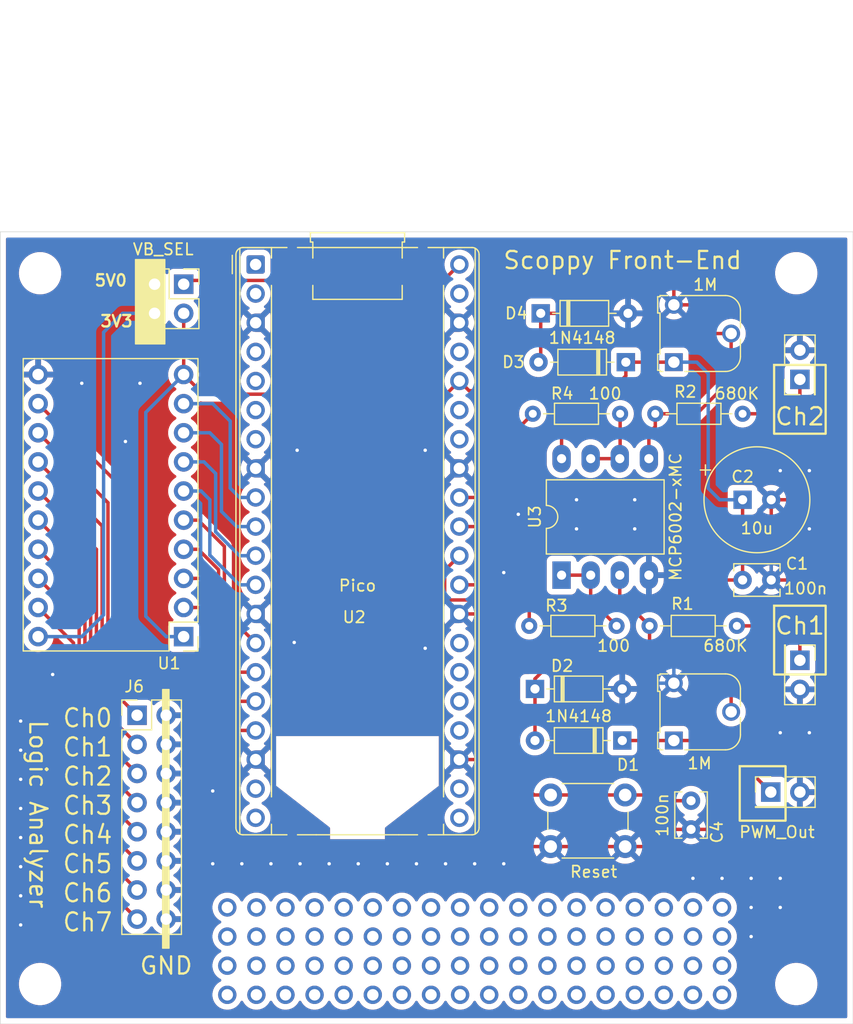
<source format=kicad_pcb>
(kicad_pcb (version 20241229) (generator "pcbnew") (generator_version "9.0")
  (layers (0 "F.Cu" signal) (2 "B.Cu" signal) (13 "F.Paste" user) (15 "B.Paste" user) (5 "F.SilkS" user "F.Silkscreen") (7 "B.SilkS" user "B.Silkscreen") (1 "F.Mask" user) (3 "B.Mask" user) (25 "Edge.Cuts" user))
  (net 0 "")
  (net 1 "+3V3")
  (net 2 "Net-(D3-A)")
  (net 3 "Net-(J5-Pin_1)")
  (net 6 "Net-(J7-Pin_1)")
  (net 9 "/ADC_0")
  (net 10 "Net-(U3A--)")
  (net 13 "Net-(U3B--)")
  (net 14 "/ADC_1")
  (net 27 "GND")
  (net 28 "Net-(D1-A)")
  (net 29 "Net-(J4-Pin_1)")
  (net 30 "Net-(SW2-A)")
  (net 31 "Net-(J2-Pin_3)")
  (net 32 "+5V0")
  (net 33 "Net-(J6-Pin_9)")
  (net 34 "Net-(J6-Pin_5)")
  (net 35 "Net-(J6-Pin_3)")
  (net 36 "Net-(J6-Pin_11)")
  (net 37 "Net-(J6-Pin_1)")
  (net 38 "Net-(J6-Pin_7)")
  (net 39 "Net-(J6-Pin_13)")
  (net 40 "Net-(J6-Pin_15)")
  (net 41 "Net-(U1-A7)")
  (net 42 "Net-(U1-A1)")
  (net 43 "Net-(U1-A8)")
  (net 44 "Net-(U1-A6)")
  (net 45 "Net-(U1-A3)")
  (net 46 "Net-(U1-A5)")
  (net 47 "Net-(U1-A4)")
  (net 48 "Net-(U1-A2)")
  (footprint "" (layer "F.Cu") (at 185.42 149.86)
    (property "Reference" "")
    (property "Value" "")
  )
  (footprint "Capacitor_THT:C_Disc_D3.8mm_W2.6mm_P2.50mm" (layer "F.Cu") (at 225.315 118.76)
    (property "Reference" "C1")
    (property "Value" "100n")
  )
  (footprint "" (layer "F.Cu") (at 208.28 154.94)
    (property "Reference" "")
    (property "Value" "")
  )
  (footprint "" (layer "F.Cu") (at 223.52 154.94)
    (property "Reference" "")
    (property "Value" "")
  )
  (footprint "" (layer "F.Cu") (at 182.88 152.4)
    (property "Reference" "")
    (property "Value" "")
  )
  (footprint "" (layer "F.Cu") (at 208.28 152.4)
    (property "Reference" "")
    (property "Value" "")
  )
  (footprint "" (layer "F.Cu") (at 218.44 152.4)
    (property "Reference" "")
    (property "Value" "")
  )
  (footprint "Potentiometer_THT:Potentiometer_Runtron_RM-065_Vertical" (layer "F.Cu") (at 219.315 132.76 90)
    (property "Reference" "RV1" (hide yes))
    (property "Value" "1M")
  )
  (footprint "" (layer "F.Cu") (at 195.58 149.86)
    (property "Reference" "")
    (property "Value" "")
  )
  (footprint "" (layer "F.Cu") (at 218.44 154.94)
    (property "Reference" "")
    (property "Value" "")
  )
  (footprint "Resistor_THT:R_Axial_DIN0204_L3.6mm_D1.6mm_P7.62mm_Horizontal" (layer "F.Cu") (at 217.195 122.76)
    (property "Reference" "R1")
    (property "Value" "680K")
  )
  (footprint "" (layer "F.Cu") (at 187.96 152.4)
    (property "Reference" "")
    (property "Value" "")
  )
  (footprint "MountingHole:MountingHole_3.2mm_M3" (layer "F.Cu") (at 230 154)
    (property "Reference" "TP7" (hide yes))
    (property "Value" "Mounting Hole" (hide yes))
  )
  (footprint "Capacitor_THT:CP_Radial_Tantal_D9.0mm_P2.50mm" (layer "F.Cu") (at 225.315 111.76)
    (property "Reference" "C2")
    (property "Value" "10u")
  )
  (footprint "Resistor_THT:R_Axial_DIN0204_L3.6mm_D1.6mm_P7.62mm_Horizontal" (layer "F.Cu") (at 217.695 104.26)
    (property "Reference" "R2")
    (property "Value" "680K")
  )
  (footprint "" (layer "F.Cu") (at 215.9 152.4)
    (property "Reference" "")
    (property "Value" "")
  )
  (footprint "" (layer "F.Cu") (at 203.2 154.94)
    (property "Reference" "")
    (property "Value" "")
  )
  (footprint "" (layer "F.Cu") (at 180.34 152.4)
    (property "Reference" "")
    (property "Value" "")
  )
  (footprint "" (layer "F.Cu") (at 190.5 149.86)
    (property "Reference" "")
    (property "Value" "")
  )
  (footprint "" (layer "F.Cu") (at 203.2 152.4)
    (property "Reference" "")
    (property "Value" "")
  )
  (footprint "" (layer "F.Cu") (at 190.5 154.94)
    (property "Reference" "")
    (property "Value" "")
  )
  (footprint "" (layer "F.Cu") (at 215.9 149.86)
    (property "Reference" "")
    (property "Value" "")
  )
  (footprint "" (layer "F.Cu") (at 200.66 154.94)
    (property "Reference" "")
    (property "Value" "")
  )
  (footprint "" (layer "F.Cu") (at 223.52 152.4)
    (property "Reference" "")
    (property "Value" "")
  )
  (footprint "" (layer "F.Cu") (at 187.96 149.86)
    (property "Reference" "")
    (property "Value" "")
  )
  (footprint "Button_Switch_THT:SW_PUSH_6mm_H5mm" (layer "F.Cu") (at 208.565 137.51)
    (property "Reference" "SW2" (hide yes))
    (property "Value" "Reset")
  )
  (footprint "" (layer "F.Cu") (at 203.2 147.32)
    (property "Reference" "")
    (property "Value" "")
  )
  (footprint "" (layer "F.Cu") (at 180.34 154.94)
    (property "Reference" "")
    (property "Value" "")
  )
  (footprint "" (layer "F.Cu") (at 187.96 147.32)
    (property "Reference" "")
    (property "Value" "")
  )
  (footprint "Potentiometer_THT:Potentiometer_Runtron_RM-065_Vertical" (layer "F.Cu") (at 219.315 99.76 90)
    (property "Reference" "RV2" (hide yes))
    (property "Value" "1M")
  )
  (footprint "Capacitor_THT:C_Disc_D3.8mm_W2.6mm_P2.50mm" (layer "F.Cu") (at 220.815 138.01 -90)
    (property "Reference" "C4")
    (property "Value" "100n")
  )
  (footprint "" (layer "F.Cu") (at 195.58 154.94)
    (property "Reference" "")
    (property "Value" "")
  )
  (footprint "MountingHole:MountingHole_3.2mm_M3" (layer "F.Cu") (at 230 92)
    (property "Reference" "TP8" (hide yes))
    (property "Value" "Mounting Hole" (hide yes))
  )
  (footprint "" (layer "F.Cu") (at 193.04 152.4)
    (property "Reference" "")
    (property "Value" "")
  )
  (footprint "Connector_PinHeader_2.54mm:PinHeader_2x01_P2.54mm_Vertical" (layer "F.Cu") (at 230.315 125.76 -90)
    (property "Reference" "J4" (hide yes))
    (property "Value" "Ch1")
  )
  (footprint "" (layer "F.Cu") (at 218.44 147.32)
    (property "Reference" "")
    (property "Value" "")
  )
  (footprint "" (layer "F.Cu") (at 215.9 147.32)
    (property "Reference" "")
    (property "Value" "")
  )
  (footprint "" (layer "F.Cu") (at 185.42 147.32)
    (property "Reference" "")
    (property "Value" "")
  )
  (footprint "" (layer "F.Cu") (at 198.12 152.4)
    (property "Reference" "")
    (property "Value" "")
  )
  (footprint "Diode_THT:D_DO-35_SOD27_P7.62mm_Horizontal" (layer "F.Cu") (at 214.815 132.76 180)
    (property "Reference" "D1")
    (property "Value" "1N4148")
  )
  (footprint "Connector_PinHeader_2.54mm:PinHeader_2x01_P2.54mm_Vertical" (layer "F.Cu") (at 227.775 137.26)
    (property "Reference" "J7" (hide yes))
    (property "Value" "PWM_Out")
  )
  (footprint "Diode_THT:D_DO-35_SOD27_P7.62mm_Horizontal" (layer "F.Cu") (at 207.695 95.5)
    (property "Reference" "D4")
    (property "Value" "1N4148" (hide yes))
  )
  (footprint "" (layer "F.Cu") (at 220.98 154.94)
    (property "Reference" "")
    (property "Value" "")
  )
  (footprint "" (layer "F.Cu") (at 185.42 152.4)
    (property "Reference" "")
    (property "Value" "")
  )
  (footprint "Diode_THT:D_DO-35_SOD27_P7.62mm_Horizontal" (layer "F.Cu") (at 215.125 99.76 180)
    (property "Reference" "D3")
    (property "Value" "1N4148")
  )
  (footprint "" (layer "F.Cu") (at 210.82 154.94)
    (property "Reference" "")
    (property "Value" "")
  )
  (footprint "" (layer "F.Cu") (at 185.42 154.94)
    (property "Reference" "")
    (property "Value" "")
  )
  (footprint "" (layer "F.Cu") (at 195.58 147.32)
    (property "Reference" "")
    (property "Value" "")
  )
  (footprint "" (layer "F.Cu") (at 205.74 147.32)
    (property "Reference" "")
    (property "Value" "")
  )
  (footprint "" (layer "F.Cu") (at 220.98 152.4)
    (property "Reference" "")
    (property "Value" "")
  )
  (footprint "" (layer "F.Cu") (at 220.98 147.32)
    (property "Reference" "")
    (property "Value" "")
  )
  (footprint "" (layer "F.Cu") (at 223.52 147.32)
    (property "Reference" "")
    (property "Value" "")
  )
  (footprint "" (layer "F.Cu") (at 182.88 154.94)
    (property "Reference" "")
    (property "Value" "")
  )
  (footprint "" (layer "F.Cu") (at 205.74 149.86)
    (property "Reference" "")
    (property "Value" "")
  )
  (footprint "" (layer "F.Cu") (at 210.82 147.32)
    (property "Reference" "")
    (property "Value" "")
  )
  (footprint "" (layer "F.Cu") (at 213.36 149.86)
    (property "Reference" "")
    (property "Value" "")
  )
  (footprint "" (layer "F.Cu") (at 220.98 149.86)
    (property "Reference" "")
    (property "Value" "")
  )
  (footprint "Connector_PinHeader_2.54mm:PinHeader_2x01_P2.54mm_Vertical" (layer "F.Cu") (at 230.315 101.26 90)
    (property "Reference" "J5" (hide yes))
    (property "Value" "Ch2")
  )
  (footprint "Connector_PinHeader_2.54mm:PinHeader_2x02_P2.54mm_Vertical" (layer "F.Cu") (at 176.535 92.959 -90)
    (property "Reference" "J2" (hide yes))
    (property "Value" "VB_SEL")
  )
  (footprint "" (layer "F.Cu") (at 180.34 147.32)
    (property "Reference" "")
    (property "Value" "")
  )
  (footprint "Package_DIP:DIP-8_W10.16mm_LongPads" (layer "F.Cu") (at 209.515 118.335 90)
    (property "Reference" "U3")
    (property "Value" "MCP6002-xMC")
  )
  (footprint "" (layer "F.Cu") (at 198.12 147.32)
    (property "Reference" "")
    (property "Value" "")
  )
  (footprint "" (layer "F.Cu") (at 190.5 152.4)
    (property "Reference" "")
    (property "Value" "")
  )
  (footprint "MountingHole:MountingHole_3.2mm_M3" (layer "F.Cu") (at 164 92)
    (property "Reference" "TP6" (hide yes))
    (property "Value" "Mounting Hole" (hide yes))
  )
  (footprint "" (layer "F.Cu") (at 195.58 152.4)
    (property "Reference" "")
    (property "Value" "")
  )
  (footprint "" (layer "F.Cu") (at 208.28 149.86)
    (property "Reference" "")
    (property "Value" "")
  )
  (footprint "" (layer "F.Cu") (at 180.34 149.86)
    (property "Reference" "")
    (property "Value" "")
  )
  (footprint "" (layer "F.Cu") (at 200.66 152.4)
    (property "Reference" "")
    (property "Value" "")
  )
  (footprint "" (layer "F.Cu") (at 182.88 149.86)
    (property "Reference" "")
    (property "Value" "")
  )
  (footprint "Library:Level_Shifter_Module_HW-221" (layer "F.Cu") (at 176.53 123.698 180)
    (property "Reference" "U1")
    (property "Value" "Level_Shifter_Module_HW-221" (hide yes))
  )
  (footprint "" (layer "F.Cu") (at 193.04 154.94)
    (property "Reference" "")
    (property "Value" "")
  )
  (footprint "" (layer "F.Cu") (at 203.2 149.86)
    (property "Reference" "")
    (property "Value" "")
  )
  (footprint "" (layer "F.Cu") (at 205.74 152.4)
    (property "Reference" "")
    (property "Value" "")
  )
  (footprint "" (layer "F.Cu") (at 210.82 149.86)
    (property "Reference" "")
    (property "Value" "")
  )
  (footprint "" (layer "F.Cu") (at 182.88 147.32)
    (property "Reference" "")
    (property "Value" "")
  )
  (footprint "" (layer "F.Cu") (at 213.36 147.32)
    (property "Reference" "")
    (property "Value" "")
  )
  (footprint "MountingHole:MountingHole_3.2mm_M3" (layer "F.Cu") (at 164 154)
    (property "Reference" "TP5" (hide yes))
    (property "Value" "Mounting Hole" (hide yes))
  )
  (footprint "" (layer "F.Cu") (at 200.66 149.86)
    (property "Reference" "")
    (property "Value" "")
  )
  (footprint "" (layer "F.Cu") (at 200.66 147.32)
    (property "Reference" "")
    (property "Value" "")
  )
  (footprint "" (layer "F.Cu") (at 187.96 154.94)
    (property "Reference" "")
    (property "Value" "")
  )
  (footprint "Resistor_THT:R_Axial_DIN0204_L3.6mm_D1.6mm_P7.62mm_Horizontal" (layer "F.Cu") (at 207.005 104.26)
    (property "Reference" "R4")
    (property "Value" "100")
  )
  (footprint "" (layer "F.Cu") (at 210.82 152.4)
    (property "Reference" "")
    (property "Value" "")
  )
  (footprint "" (layer "F.Cu") (at 193.04 147.32)
    (property "Reference" "")
    (property "Value" "")
  )
  (footprint "" (layer "F.Cu") (at 198.12 149.86)
    (property "Reference" "")
    (property "Value" "")
  )
  (footprint "" (layer "F.Cu") (at 208.28 147.32)
    (property "Reference" "")
    (property "Value" "")
  )
  (footprint "" (layer "F.Cu") (at 205.74 154.94)
    (property "Reference" "")
    (property "Value" "")
  )
  (footprint "" (layer "F.Cu") (at 215.9 154.94)
    (property "Reference" "")
    (property "Value" "")
  )
  (footprint "" (layer "F.Cu") (at 190.5 147.32)
    (property "Reference" "")
    (property "Value" "")
  )
  (footprint "" (layer "F.Cu") (at 198.12 154.94)
    (property "Reference" "")
    (property "Value" "")
  )
  (footprint "Module:RaspberryPi_Pico_Common_THT" (layer "F.Cu") (at 182.815 91.24)
    (property "Reference" "U2")
    (property "Value" "Pico")
  )
  (footprint "" (layer "F.Cu") (at 223.52 149.86)
    (property "Reference" "")
    (property "Value" "")
  )
  (footprint "" (layer "F.Cu") (at 218.44 149.86)
    (property "Reference" "")
    (property "Value" "")
  )
  (footprint "Connector_PinHeader_2.54mm:PinHeader_2x08_P2.54mm_Vertical" (layer "F.Cu") (at 172.466 130.556)
    (property "Reference" "J6")
    (property "Value" "Logic Analyzer")
  )
  (footprint "" (layer "F.Cu") (at 213.36 154.94)
    (property "Reference" "")
    (property "Value" "")
  )
  (footprint "" (layer "F.Cu") (at 213.36 152.4)
    (property "Reference" "")
    (property "Value" "")
  )
  (footprint "Resistor_THT:R_Axial_DIN0204_L3.6mm_D1.6mm_P7.62mm_Horizontal" (layer "F.Cu") (at 206.695 122.76)
    (property "Reference" "R3")
    (property "Value" "100")
  )
  (footprint "Diode_THT:D_DO-35_SOD27_P7.62mm_Horizontal" (layer "F.Cu") (at 207.195 128.26)
    (property "Reference" "D2")
    (property "Value" "1N4148" (hide yes))
  )
  (footprint "" (layer "F.Cu") (at 193.04 149.86)
    (property "Reference" "")
    (property "Value" "")
  )
  (gr_rect (start 228.065 121) (end 232.565 127) (stroke (width 0.2)) (fill no) (layer "F.SilkS"))
  (gr_rect (start 225.065 135) (end 229.065 139.75) (stroke (width 0.2)) (fill no) (layer "F.SilkS"))
  (gr_rect (start 174.69 128.306) (end 175.26 150.876) (stroke (width 0.1)) (fill yes) (layer "F.SilkS"))
  (gr_rect (start 172.3235 90.805) (end 174.8945 98.171) (stroke (width 0.1)) (fill yes) (layer "F.SilkS"))
  (gr_rect (start 228.065 100) (end 232.565 106) (stroke (width 0.2)) (fill no) (layer "F.SilkS"))
  (gr_line (start 234.95 88.392) (end 160.528 88.392) (stroke (width 0.05)) (layer "Edge.Cuts"))
  (gr_line (start 234.95 157.48) (end 234.95 88.392) (stroke (width 0.05)) (layer "Edge.Cuts"))
  (gr_line (start 160.528 88.392) (end 160.528 157.48) (stroke (width 0.05)) (layer "Edge.Cuts"))
  (gr_line (start 160.528 157.48) (end 234.95 157.48) (stroke (width 0.05)) (layer "Edge.Cuts"))
  (gr_text "GND" (at 175.006 152.4 0) (layer "F.SilkS") (effects (font (size 1.5 1.5) (thickness 0.2))))
  (gr_text "Scoppy Front-End" (at 204.315 91.75 0) (layer "F.SilkS") (effects (font (size 1.5 1.5) (thickness 0.2)) (justify left bottom)))
  (gr_text "3V3" (at 169.164 96.774 0) (layer "F.SilkS") (effects (font (size 1 1) (thickness 0.2) (bold yes)) (justify left bottom)))
  (gr_text "5V0" (at 168.656 93.218 0) (layer "F.SilkS") (effects (font (size 1 1) (thickness 0.2) (bold yes)) (justify left bottom)))
  (gr_text "Ch0\nCh1\nCh2\nCh3\nCh4\nCh5\nCh6\nCh7" (at 168.148 139.7 0) (layer "F.SilkS") (effects (font (size 1.58 1.5) (thickness 0.2))))
  (segment (start 225.315 111.76) (end 225.315 118.76) (width 0.3) (layer "F.Cu") (net 1))
  (segment (start 222.065 120.25) (end 222.065 123.25) (width 0.3) (layer "F.Cu") (net 1))
  (segment (start 225.315 118.76) (end 223.555 118.76) (width 0.3) (layer "F.Cu") (net 1))
  (segment (start 200.595 101.4) (end 201.445 102.25) (width 0.3) (layer "F.Cu") (net 1))
  (segment (start 178.243 102.551) (end 199.444 102.551) (width 0.3) (layer "F.Cu") (net 1))
  (segment (start 210.705 102.26) (end 209.515 103.45) (width 0.3) (layer "F.Cu") (net 1))
  (segment (start 225.565 124.75) (end 226.565 125.75) (width 0.3) (layer "F.Cu") (net 1))
  (segment (start 209.515 104.06) (end 209.515 108.175) (width 0.3) (layer "F.Cu") (net 1))
  (segment (start 226.565 132) (end 225.805 132.76) (width 0.3) (layer "F.Cu") (net 1))
  (segment (start 215.125 99.76) (end 219.315 99.76) (width 0.3) (layer "F.Cu") (net 1))
  (segment (start 215.125 100.95) (end 213.815 102.26) (width 0.3) (layer "F.Cu") (net 1))
  (segment (start 225.805 132.76) (end 219.315 132.76) (width 0.3) (layer "F.Cu") (net 1))
  (segment (start 223.555 118.76) (end 222.065 120.25) (width 0.3) (layer "F.Cu") (net 1))
  (segment (start 209.515 103.45) (end 209.515 104.06) (width 0.3) (layer "F.Cu") (net 1))
  (segment (start 226.565 125.75) (end 226.565 132) (width 0.3) (layer "F.Cu") (net 1))
  (segment (start 215.125 99.76) (end 215.125 100.95) (width 0.3) (layer "F.Cu") (net 1))
  (segment (start 201.445 102.25) (end 208.315 102.25) (width 0.3) (layer "F.Cu") (net 1))
  (segment (start 199.444 102.551) (end 200.595 101.4) (width 0.3) (layer "F.Cu") (net 1))
  (segment (start 176.535 100.833) (end 176.53 100.838) (width 0.3) (layer "F.Cu") (net 1))
  (segment (start 214.815 132.76) (end 219.315 132.76) (width 0.3) (layer "F.Cu") (net 1))
  (segment (start 223.565 124.75) (end 225.565 124.75) (width 0.3) (layer "F.Cu") (net 1))
  (segment (start 176.535 95.499) (end 176.535 100.833) (width 0.3) (layer "F.Cu") (net 1))
  (segment (start 176.53 100.838) (end 178.243 102.551) (width 0.3) (layer "F.Cu") (net 1))
  (segment (start 208.315 102.25) (end 209.515 103.45) (width 0.3) (layer "F.Cu") (net 1))
  (segment (start 213.815 102.26) (end 210.705 102.26) (width 0.3) (layer "F.Cu") (net 1))
  (segment (start 222.065 123.25) (end 223.565 124.75) (width 0.3) (layer "F.Cu") (net 1))
  (segment (start 175.006 123.698) (end 173.228 121.92) (width 0.3) (layer "B.Cu") (net 1))
  (segment (start 221.315 99.76) (end 222.315 100.76) (width 0.3) (layer "B.Cu") (net 1))
  (segment (start 219.315 99.76) (end 221.315 99.76) (width 0.3) (layer "B.Cu") (net 1))
  (segment (start 173.228 104.14) (end 176.53 100.838) (width 0.3) (layer "B.Cu") (net 1))
  (segment (start 176.53 123.698) (end 175.006 123.698) (width 0.3) (layer "B.Cu") (net 1))
  (segment (start 222.315 110.76) (end 223.315 111.76) (width 0.3) (layer "B.Cu") (net 1))
  (segment (start 173.228 121.92) (end 173.228 104.14) (width 0.3) (layer "B.Cu") (net 1))
  (segment (start 222.315 100.76) (end 222.315 110.76) (width 0.3) (layer "B.Cu") (net 1))
  (segment (start 223.315 111.76) (end 225.315 111.76) (width 0.3) (layer "B.Cu") (net 1))
  (segment (start 224.315 101.26) (end 221.315 104.26) (width 0.3) (layer "F.Cu") (net 2))
  (segment (start 217.135 105.94) (end 217.135 108.175) (width 0.3) (layer "F.Cu") (net 2))
  (segment (start 207.695 95.5) (end 210.065 95.5) (width 0.3) (layer "F.Cu") (net 2))
  (segment (start 217.695 104.26) (end 217.695 105.38) (width 0.3) (layer "F.Cu") (net 2))
  (segment (start 207.695 99.57) (end 207.505 99.76) (width 0.3) (layer "F.Cu") (net 2))
  (segment (start 221.315 104.26) (end 217.695 104.26) (width 0.3) (layer "F.Cu") (net 2))
  (segment (start 207.695 95.5) (end 207.695 99.57) (width 0.3) (layer "F.Cu") (net 2))
  (segment (start 217.695 105.38) (end 217.135 105.94) (width 0.3) (layer "F.Cu") (net 2))
  (segment (start 210.065 95.5) (end 211.825 97.26) (width 0.3) (layer "F.Cu") (net 2))
  (segment (start 224.315 97.26) (end 224.315 101.26) (width 0.3) (layer "F.Cu") (net 2))
  (segment (start 211.825 97.26) (end 224.315 97.26) (width 0.3) (layer "F.Cu") (net 2))
  (segment (start 230.315 102.76) (end 230.315 101.26) (width 0.3) (layer "F.Cu") (net 3))
  (segment (start 225.315 104.26) (end 228.815 104.26) (width 0.3) (layer "F.Cu") (net 3))
  (segment (start 228.815 104.26) (end 230.315 102.76) (width 0.3) (layer "F.Cu") (net 3))
  (segment (start 200.595 119.18) (end 202.995 119.18) (width 0.3) (layer "F.Cu") (net 6))
  (segment (start 202.995 119.18) (end 204.815 121) (width 0.3) (layer "F.Cu") (net 6))
  (segment (start 227.775 137.26) (end 225.515 135) (width 0.3) (layer "F.Cu") (net 6))
  (segment (start 204.815 121) (end 204.815 133) (width 0.3) (layer "F.Cu") (net 6))
  (segment (start 204.815 133) (end 206.815 135) (width 0.3) (layer "F.Cu") (net 6))
  (segment (start 225.515 135) (end 206.815 135) (width 0.3) (layer "F.Cu") (net 6))
  (segment (start 200.595 114.1) (end 203.155 114.1) (width 0.3) (layer "F.Cu") (net 9))
  (segment (start 206.695 122.76) (end 206.695 117.64) (width 0.3) (layer "F.Cu") (net 9))
  (segment (start 206.695 117.64) (end 203.155 114.1) (width 0.3) (layer "F.Cu") (net 9))
  (segment (start 212.055 118.335) (end 209.515 118.335) (width 0.3) (layer "F.Cu") (net 10))
  (segment (start 212.055 118.335) (end 212.055 120.5) (width 0.3) (layer "F.Cu") (net 10))
  (segment (start 212.055 120.5) (end 214.315 122.76) (width 0.3) (layer "F.Cu") (net 10))
  (segment (start 214.625 108.145) (end 214.595 108.175) (width 0.3) (layer "F.Cu") (net 13))
  (segment (start 214.625 104.26) (end 214.625 108.145) (width 0.3) (layer "F.Cu") (net 13))
  (segment (start 214.595 108.175) (end 212.055 108.175) (width 0.3) (layer "F.Cu") (net 13))
  (segment (start 204.815 106.45) (end 204.815 109.76) (width 0.3) (layer "F.Cu") (net 14))
  (segment (start 203.015 111.56) (end 200.595 111.56) (width 0.3) (layer "F.Cu") (net 14))
  (segment (start 207.005 104.26) (end 204.815 106.45) (width 0.3) (layer "F.Cu") (net 14))
  (segment (start 204.815 109.76) (end 203.015 111.56) (width 0.3) (layer "F.Cu") (net 14))
  (segment (start 202.285 121.72) (end 202.815 122.25) (width 0.3) (layer "F.Cu") (net 27))
  (segment (start 227.565 98.75) (end 227.815 98.75) (width 0.3) (layer "F.Cu") (net 27))
  (segment (start 230.315 139.75) (end 229.555 140.51) (width 0.3) (layer "F.Cu") (net 27))
  (segment (start 233.065 110) (end 231.305 111.76) (width 0.3) (layer "F.Cu") (net 27))
  (segment (start 200.595 134.42) (end 202.735 134.42) (width 0.3) (layer "F.Cu") (net 27))
  (segment (start 215.065 142.01) (end 208.565 142.01) (width 0.3) (layer "F.Cu") (net 27))
  (segment (start 229.555 140.51) (end 220.815 140.51) (width 0.3) (layer "F.Cu") (net 27))
  (segment (start 202.735 134.42) (end 203.815 135.5) (width 0.3) (layer "F.Cu") (net 27))
  (segment (start 202.815 134.34) (end 202.735 134.42) (width 0.3) (layer "F.Cu") (net 27))
  (segment (start 232.515 128.3) (end 230.315 128.3) (width 0.3) (layer "F.Cu") (net 27))
  (segment (start 226.565 97.75) (end 227.565 98.75) (width 0.3) (layer "F.Cu") (net 27))
  (segment (start 219.315 94.76) (end 225.305 94.76) (width 0.3) (layer "F.Cu") (net 27))
  (segment (start 203.815 135.5) (end 203.815 140) (width 0.3) (layer "F.Cu") (net 27))
  (segment (start 225.305 94.76) (end 225.315 94.75) (width 0.3) (layer "F.Cu") (net 27))
  (segment (start 232.285 98.72) (end 233.065 99.5) (width 0.3) (layer "F.Cu") (net 27))
  (segment (start 230.315 128.3) (end 230.315 137.26) (width 0.3) (layer "F.Cu") (net 27))
  (segment (start 231.305 111.76) (end 227.815 111.76) (width 0.3) (layer "F.Cu") (net 27))
  (segment (start 232.055 118.76) (end 232.065 118.75) (width 0.3) (layer "F.Cu") (net 27))
  (segment (start 205.825 142.01) (end 203.815 140) (width 0.3) (layer "F.Cu") (net 27))
  (segment (start 215.315 95.5) (end 215.315 92.75) (width 0.3) (layer "F.Cu") (net 27))
  (segment (start 230.315 98.72) (end 232.285 98.72) (width 0.3) (layer "F.Cu") (net 27))
  (segment (start 218.555 140.51) (end 217.055 142.01) (width 0.3) (layer "F.Cu") (net 27))
  (segment (start 220.815 140.51) (end 218.555 140.51) (width 0.3) (layer "F.Cu") (net 27))
  (segment (start 215.315 92.75) (end 219.315 92.75) (width 0.3) (layer "F.Cu") (net 27))
  (segment (start 208.565 142.01) (end 205.825 142.01) (width 0.3) (layer "F.Cu") (net 27))
  (segment (start 227.815 118.76) (end 232.055 118.76) (width 0.3) (layer "F.Cu") (net 27))
  (segment (start 227.845 98.72) (end 230.315 98.72) (width 0.3) (layer "F.Cu") (net 27))
  (segment (start 233.315 120) (end 233.315 127.5) (width 0.3) (layer "F.Cu") (net 27))
  (segment (start 233.065 99.5) (end 233.065 110) (width 0.3) (layer "F.Cu") (net 27))
  (segment (start 217.055 142.01) (end 215.065 142.01) (width 0.3) (layer "F.Cu") (net 27))
  (segment (start 227.815 111.76) (end 227.815 118.76) (width 0.3) (layer "F.Cu") (net 27))
  (segment (start 225.315 94.75) (end 226.565 96) (width 0.3) (layer "F.Cu") (net 27))
  (segment (start 226.565 96) (end 226.565 97.75) (width 0.3) (layer "F.Cu") (net 27))
  (segment (start 200.595 121.72) (end 202.285 121.72) (width 0.3) (layer "F.Cu") (net 27))
  (segment (start 233.315 127.5) (end 232.515 128.3) (width 0.3) (layer "F.Cu") (net 27))
  (segment (start 202.815 122.25) (end 202.815 134.34) (width 0.3) (layer "F.Cu") (net 27))
  (segment (start 230.315 137.26) (end 230.315 139.75) (width 0.3) (layer "F.Cu") (net 27))
  (segment (start 219.315 92.75) (end 219.315 94.76) (width 0.3) (layer "F.Cu") (net 27))
  (segment (start 227.815 98.75) (end 227.845 98.72) (width 0.3) (layer "F.Cu") (net 27))
  (segment (start 232.065 118.75) (end 233.315 120) (width 0.3) (layer "F.Cu") (net 27))
  (via (at 204.47 143.51) (size 0.6) (drill 0.3) (layers "F.Cu" "B.Cu") (net 27))
  (via (at 191.77 143.51) (size 0.6) (drill 0.3) (layers "F.Cu" "B.Cu") (net 27))
  (via (at 231.14 109.22) (size 0.6) (drill 0.3) (layers "F.Cu" "B.Cu") (net 27))
  (via (at 231.14 132.08) (size 0.6) (drill 0.3) (layers "F.Cu" "B.Cu") (net 27))
  (via (at 184.15 143.51) (size 0.6) (drill 0.3) (layers "F.Cu" "B.Cu") (net 27))
  (via (at 210.82 111.76) (size 0.6) (drill 0.3) (layers "F.Cu" "B.Cu") (net 27))
  (via (at 201.93 143.51) (size 0.6) (drill 0.3) (layers "F.Cu" "B.Cu") (net 27))
  (via (at 162.306 131.064) (size 0.6) (drill 0.3) (layers "F.Cu" "B.Cu") (net 27))
  (via (at 226.06 144.78) (size 0.6) (drill 0.3) (layers "F.Cu" "B.Cu") (net 27))
  (via (at 162.306 146.304) (size 0.6) (drill 0.3) (layers "F.Cu" "B.Cu") (net 27))
  (via (at 194.31 143.51) (size 0.6) (drill 0.3) (layers "F.Cu" "B.Cu") (net 27))
  (via (at 223.52 144.78) (size 0.6) (drill 0.3) (layers "F.Cu" "B.Cu") (net 27))
  (via (at 167.64 101.6) (size 0.6) (drill 0.3) (layers "F.Cu" "B.Cu") (net 27))
  (via (at 215.9 111.76) (size 0.6) (drill 0.3) (layers "F.Cu" "B.Cu") (net 27))
  (via (at 186.436 107.442) (size 0.6) (drill 0.3) (layers "F.Cu" "B.Cu") (net 27))
  (via (at 199.39 143.51) (size 0.6) (drill 0.3) (layers "F.Cu" "B.Cu") (net 27))
  (via (at 165.1 127) (size 0.6) (drill 0.3) (layers "F.Cu" "B.Cu") (net 27))
  (via (at 162.306 138.684) (size 0.6) (drill 0.3) (layers "F.Cu" "B.Cu") (net 27))
  (via (at 228.6 132.08) (size 0.6) (drill 0.3) (layers "F.Cu" "B.Cu") (net 27))
  (via (at 228.6 147.32) (size 0.6) (drill 0.3) (layers "F.Cu" "B.Cu") (net 27))
  (via (at 179.07 137.16) (size 0.6) (drill 0.3) (layers "F.Cu" "B.Cu") (net 27))
  (via (at 231.14 114.3) (size 0.6) (drill 0.3) (layers "F.Cu" "B.Cu") (net 27))
  (via (at 197.612 124.714) (size 0.6) (drill 0.3) (layers "F.Cu" "B.Cu") (net 27))
  (via (at 162.306 136.144) (size 0.6) (drill 0.3) (layers "F.Cu" "B.Cu") (net 27))
  (via (at 162.306 141.224) (size 0.6) (drill 0.3) (layers "F.Cu" "B.Cu") (net 27))
  (via (at 189.23 143.51) (size 0.6) (drill 0.3) (layers "F.Cu" "B.Cu") (net 27))
  (via (at 220.98 144.78) (size 0.6) (drill 0.3) (layers "F.Cu" "B.Cu") (net 27))
  (via (at 181.61 143.51) (size 0.6) (drill 0.3) (layers "F.Cu" "B.Cu") (net 27))
  (via (at 162.306 133.604) (size 0.6) (drill 0.3) (layers "F.Cu" "B.Cu") (net 27))
  (via (at 162.306 148.844) (size 0.6) (drill 0.3) (layers "F.Cu" "B.Cu") (net 27))
  (via (at 197.612 107.442) (size 0.6) (drill 0.3) (layers "F.Cu" "B.Cu") (net 27))
  (via (at 186.69 143.51) (size 0.6) (drill 0.3) (layers "F.Cu" "B.Cu") (net 27))
  (via (at 204.47 118.11) (size 0.6) (drill 0.3) (layers "F.Cu" "B.Cu") (net 27))
  (via (at 171.45 106.68) (size 0.6) (drill 0.3) (layers "F.Cu" "B.Cu") (net 27))
  (via (at 179.07 143.51) (size 0.6) (drill 0.3) (layers "F.Cu" "B.Cu") (net 27))
  (via (at 205.74 113.03) (size 0.6) (drill 0.3) (layers "F.Cu" "B.Cu") (net 27))
  (via (at 226.06 147.32) (size 0.6) (drill 0.3) (layers "F.Cu" "B.Cu") (net 27))
  (via (at 215.9 114.3) (size 0.6) (drill 0.3) (layers "F.Cu" "B.Cu") (net 27))
  (via (at 162.306 143.764) (size 0.6) (drill 0.3) (layers "F.Cu" "B.Cu") (net 27))
  (via (at 228.6 109.22) (size 0.6) (drill 0.3) (layers "F.Cu" "B.Cu") (net 27))
  (via (at 172.72 101.6) (size 0.6) (drill 0.3) (layers "F.Cu" "B.Cu") (net 27))
  (via (at 210.82 114.3) (size 0.6) (drill 0.3) (layers "F.Cu" "B.Cu") (net 27))
  (via (at 196.85 143.51) (size 0.6) (drill 0.3) (layers "F.Cu" "B.Cu") (net 27))
  (via (at 228.6 144.78) (size 0.6) (drill 0.3) (layers "F.Cu" "B.Cu") (net 27))
  (via (at 226.06 149.86) (size 0.6) (drill 0.3) (layers "F.Cu" "B.Cu") (net 27))
  (via (at 186.182 124.206) (size 0.6) (drill 0.3) (layers "F.Cu" "B.Cu") (net 27))
  (segment (start 219.315 127.76) (end 217.805 127.76) (width 0.3) (layer "B.Cu") (net 27))
  (segment (start 220.815 119.5) (end 219.65 118.335) (width 0.3) (layer "B.Cu") (net 27))
  (segment (start 226.565 115.5) (end 218.065 115.5) (width 0.3) (layer "B.Cu") (net 27))
  (segment (start 219.315 125.5) (end 220.815 124) (width 0.3) (layer "B.Cu") (net 27))
  (segment (start 227.815 118.76) (end 227.815 116.75) (width 0.3) (layer "B.Cu") (net 27))
  (segment (start 227.815 116.75) (end 226.565 115.5) (width 0.3) (layer "B.Cu") (net 27))
  (segment (start 219.315 127.76) (end 219.315 125.5) (width 0.3) (layer "B.Cu") (net 27))
  (segment (start 219.65 118.335) (end 217.135 118.335) (width 0.3) (layer "B.Cu") (net 27))
  (segment (start 217.805 127.76) (end 217.305 128.26) (width 0.3) (layer "B.Cu") (net 27))
  (segment (start 218.065 115.5) (end 217.135 116.43) (width 0.3) (layer "B.Cu") (net 27))
  (segment (start 217.305 128.26) (end 214.815 128.26) (width 0.3) (layer "B.Cu") (net 27))
  (segment (start 217.135 116.43) (end 217.135 118.335) (width 0.3) (layer "B.Cu") (net 27))
  (segment (start 220.815 124) (end 220.815 119.5) (width 0.3) (layer "B.Cu") (net 27))
  (segment (start 207.195 132.76) (end 207.195 128.26) (width 0.3) (layer "F.Cu") (net 28))
  (segment (start 207.195 127.38) (end 207.195 128.26) (width 0.3) (layer "F.Cu") (net 28))
  (segment (start 217.195 124.38) (end 215.815 125.76) (width 0.3) (layer "F.Cu") (net 28))
  (segment (start 214.595 120.16) (end 217.195 122.76) (width 0.3) (layer "F.Cu") (net 28))
  (segment (start 218.575 125.76) (end 223.815 125.76) (width 0.3) (layer "F.Cu") (net 28))
  (segment (start 224.315 126.26) (end 224.315 130.26) (width 0.3) (layer "F.Cu") (net 28))
  (segment (start 223.815 125.76) (end 224.315 126.26) (width 0.3) (layer "F.Cu") (net 28))
  (segment (start 214.595 118.335) (end 214.595 120.16) (width 0.3) (layer "F.Cu") (net 28))
  (segment (start 217.195 122.76) (end 217.195 124.38) (width 0.3) (layer "F.Cu") (net 28))
  (segment (start 215.815 125.76) (end 208.815 125.76) (width 0.3) (layer "F.Cu") (net 28))
  (segment (start 217.195 124.38) (end 218.575 125.76) (width 0.3) (layer "F.Cu") (net 28))
  (segment (start 208.815 125.76) (end 207.195 127.38) (width 0.3) (layer "F.Cu") (net 28))
  (segment (start 229.315 122.76) (end 230.315 123.76) (width 0.3) (layer "F.Cu") (net 29))
  (segment (start 224.815 122.76) (end 229.315 122.76) (width 0.3) (layer "F.Cu") (net 29))
  (segment (start 230.315 125.76) (end 230.315 123.76) (width 0.3) (layer "F.Cu") (net 29))
  (segment (start 199.815 120.5) (end 199.315 120) (width 0.3) (layer "F.Cu") (net 30))
  (segment (start 202.815 120.5) (end 199.815 120.5) (width 0.3) (layer "F.Cu") (net 30))
  (segment (start 208.565 137.51) (end 207.11648 137.51) (width 0.3) (layer "F.Cu") (net 30))
  (segment (start 207.11648 137.51) (end 203.815 134.20852) (width 0.3) (layer "F.Cu") (net 30))
  (segment (start 199.315 117.92) (end 200.595 116.64) (width 0.3) (layer "F.Cu") (net 30))
  (segment (start 208.565 137.51) (end 215.065 137.51) (width 0.3) (layer "F.Cu") (net 30))
  (segment (start 203.815 134.20852) (end 203.815 121.5) (width 0.3) (layer "F.Cu") (net 30))
  (segment (start 215.065 137.51) (end 217.825 137.51) (width 0.3) (layer "F.Cu") (net 30))
  (segment (start 199.315 120) (end 199.315 117.92) (width 0.3) (layer "F.Cu") (net 30))
  (segment (start 218.325 138.01) (end 220.815 138.01) (width 0.3) (layer "F.Cu") (net 30))
  (segment (start 217.825 137.51) (end 218.325 138.01) (width 0.3) (layer "F.Cu") (net 30))
  (segment (start 203.815 121.5) (end 202.815 120.5) (width 0.3) (layer "F.Cu") (net 30))
  (segment (start 169.545 121.793) (end 167.64 123.698) (width 0.3) (layer "B.Cu") (net 31))
  (segment (start 171.201 95.499) (end 169.545 97.155) (width 0.3) (layer "B.Cu") (net 31))
  (segment (start 167.64 123.698) (end 163.83 123.698) (width 0.3) (layer "B.Cu") (net 31))
  (segment (start 173.995 92.959) (end 173.995 95.499) (width 0.3) (layer "B.Cu") (net 31))
  (segment (start 169.545 97.155) (end 169.545 121.793) (width 0.3) (layer "B.Cu") (net 31))
  (segment (start 173.995 95.499) (end 171.201 95.499) (width 0.3) (layer "B.Cu") (net 31))
  (segment (start 176.535 92.959) (end 176.865 92.629) (width 0.3) (layer "F.Cu") (net 32))
  (segment (start 199.206 92.629) (end 200.595 91.24) (width 0.3) (layer "F.Cu") (net 32))
  (segment (start 176.865 92.629) (end 199.206 92.629) (width 0.3) (layer "F.Cu") (net 32))
  (segment (start 168.416 136.666) (end 172.466 140.716) (width 0.3) (layer "F.Cu") (net 33))
  (segment (start 163.83 113.538) (end 168.416 118.124) (width 0.3) (layer "F.Cu") (net 33))
  (segment (start 168.416 118.124) (end 168.416 136.666) (width 0.3) (layer "F.Cu") (net 33))
  (segment (start 169.418 132.588) (end 172.466 135.636) (width 0.3) (layer "F.Cu") (net 34))
  (segment (start 163.83 108.458) (end 169.418 114.046) (width 0.3) (layer "F.Cu") (net 34))
  (segment (start 169.418 114.046) (end 169.418 132.588) (width 0.3) (layer "F.Cu") (net 34))
  (segment (start 169.926 112.014) (end 169.926 130.556) (width 0.3) (layer "F.Cu") (net 35))
  (segment (start 163.83 105.918) (end 169.926 112.014) (width 0.3) (layer "F.Cu") (net 35))
  (segment (start 169.926 130.556) (end 172.466 133.096) (width 0.3) (layer "F.Cu") (net 35))
  (segment (start 167.915 120.163) (end 167.915 138.705) (width 0.3) (layer "F.Cu") (net 36))
  (segment (start 163.83 116.078) (end 167.915 120.163) (width 0.3) (layer "F.Cu") (net 36))
  (segment (start 167.915 138.705) (end 172.466 143.256) (width 0.3) (layer "F.Cu") (net 36))
  (segment (start 170.434 128.524) (end 172.466 130.556) (width 0.3) (layer "F.Cu") (net 37))
  (segment (start 163.83 103.378) (end 170.434 109.982) (width 0.3) (layer "F.Cu") (net 37))
  (segment (start 170.434 109.982) (end 170.434 128.524) (width 0.3) (layer "F.Cu") (net 37))
  (segment (start 163.83 110.998) (end 168.917 116.085) (width 0.3) (layer "F.Cu") (net 38))
  (segment (start 168.917 134.627) (end 172.466 138.176) (width 0.3) (layer "F.Cu") (net 38))
  (segment (start 168.917 116.085) (end 168.917 134.627) (width 0.3) (layer "F.Cu") (net 38))
  (segment (start 167.414 140.744) (end 172.466 145.796) (width 0.3) (layer "F.Cu") (net 39))
  (segment (start 163.83 118.618) (end 167.414 122.202) (width 0.3) (layer "F.Cu") (net 39))
  (segment (start 167.414 122.202) (end 167.414 140.744) (width 0.3) (layer "F.Cu") (net 39))
  (segment (start 166.913 142.783) (end 172.466 148.336) (width 0.3) (layer "F.Cu") (net 40))
  (segment (start 163.83 121.158) (end 166.913 124.241) (width 0.3) (layer "F.Cu") (net 40))
  (segment (start 166.913 124.241) (end 166.913 142.783) (width 0.3) (layer "F.Cu") (net 40))
  (segment (start 181.156 114.1) (end 182.815 114.1) (width 0.3) (layer "B.Cu") (net 41))
  (segment (start 178.816 105.918) (end 179.832 106.934) (width 0.3) (layer "B.Cu") (net 41))
  (segment (start 179.832 106.934) (end 179.832 112.776) (width 0.3) (layer "B.Cu") (net 41))
  (segment (start 179.832 112.776) (end 181.156 114.1) (width 0.3) (layer "B.Cu") (net 41))
  (segment (start 176.53 105.918) (end 178.816 105.918) (width 0.3) (layer "B.Cu") (net 41))
  (segment (start 180.394 131.88) (end 182.815 131.88) (width 0.3) (layer "F.Cu") (net 42))
  (segment (start 176.53 121.158) (end 177.8 121.158) (width 0.3) (layer "F.Cu") (net 42))
  (segment (start 177.8 121.158) (end 178.562 121.92) (width 0.3) (layer "F.Cu") (net 42))
  (segment (start 178.562 130.048) (end 180.394 131.88) (width 0.3) (layer "F.Cu") (net 42))
  (segment (start 178.562 121.92) (end 178.562 130.048) (width 0.3) (layer "F.Cu") (net 42))
  (segment (start 181.41 111.56) (end 182.815 111.56) (width 0.3) (layer "B.Cu") (net 43))
  (segment (start 176.53 103.378) (end 179.07 103.378) (width 0.3) (layer "B.Cu") (net 43))
  (segment (start 179.07 103.378) (end 180.594 104.902) (width 0.3) (layer "B.Cu") (net 43))
  (segment (start 180.594 104.902) (end 180.594 110.744) (width 0.3) (layer "B.Cu") (net 43))
  (segment (start 180.594 110.744) (end 181.41 111.56) (width 0.3) (layer "B.Cu") (net 43))
  (segment (start 176.53 108.458) (end 178.308 108.458) (width 0.3) (layer "B.Cu") (net 44))
  (segment (start 179.324 109.474) (end 179.324 114.554) (width 0.3) (layer "B.Cu") (net 44))
  (segment (start 178.308 108.458) (end 179.324 109.474) (width 0.3) (layer "B.Cu") (net 44))
  (segment (start 179.324 114.554) (end 181.41 116.64) (width 0.3) (layer "B.Cu") (net 44))
  (segment (start 181.41 116.64) (end 182.815 116.64) (width 0.3) (layer "B.Cu") (net 44))
  (segment (start 177.8 116.078) (end 179.578 117.856) (width 0.3) (layer "F.Cu") (net 45))
  (segment (start 176.53 116.078) (end 177.8 116.078) (width 0.3) (layer "F.Cu") (net 45))
  (segment (start 179.578 117.856) (end 179.578 125.476) (width 0.3) (layer "F.Cu") (net 45))
  (segment (start 180.902 126.8) (end 182.815 126.8) (width 0.3) (layer "F.Cu") (net 45))
  (segment (start 179.578 125.476) (end 180.902 126.8) (width 0.3) (layer "F.Cu") (net 45))
  (segment (start 181.41 119.18) (end 182.815 119.18) (width 0.3) (layer "B.Cu") (net 46))
  (segment (start 178.816 111.76) (end 178.816 116.586) (width 0.3) (layer "B.Cu") (net 46))
  (segment (start 178.054 110.998) (end 178.816 111.76) (width 0.3) (layer "B.Cu") (net 46))
  (segment (start 178.816 116.586) (end 181.41 119.18) (width 0.3) (layer "B.Cu") (net 46))
  (segment (start 176.53 110.998) (end 178.054 110.998) (width 0.3) (layer "B.Cu") (net 46))
  (segment (start 177.8 113.538) (end 180.086 115.824) (width 0.3) (layer "F.Cu") (net 47))
  (segment (start 176.53 113.538) (end 177.8 113.538) (width 0.3) (layer "F.Cu") (net 47))
  (segment (start 180.086 121.531) (end 182.815 124.26) (width 0.3) (layer "F.Cu") (net 47))
  (segment (start 180.086 115.824) (end 180.086 121.531) (width 0.3) (layer "F.Cu") (net 47))
  (segment (start 179.07 128.016) (end 180.394 129.34) (width 0.3) (layer "F.Cu") (net 48))
  (segment (start 179.07 119.634) (end 179.07 128.016) (width 0.3) (layer "F.Cu") (net 48))
  (segment (start 176.53 118.618) (end 178.054 118.618) (width 0.3) (layer "F.Cu") (net 48))
  (segment (start 180.394 129.34) (end 182.815 129.34) (width 0.3) (layer "F.Cu") (net 48))
  (segment (start 178.054 118.618) (end 179.07 119.634) (width 0.3) (layer "F.Cu") (net 48))
  (zone (net 27) (net_name "GND") (layers "F.Cu" "B.Cu") (connect_pads (clearance 0.5)) (min_thickness 0.25) (fill yes (thermal_gap 0.5) (thermal_bridge_width 0.5))
    (polygon (pts (xy 160.528 157.48) (xy 160.528 88.392) (xy 234.95 88.392) (xy 234.95 157.48)))
  )
)
</source>
